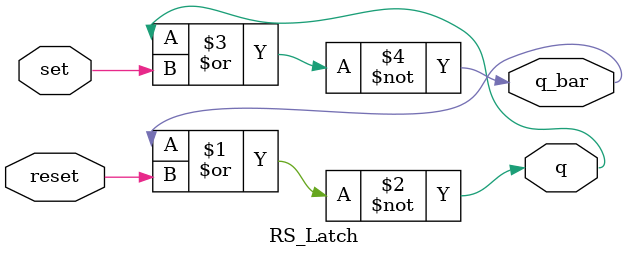
<source format=v>
/*

Write the Verilog description for the nor based RS latch.
Include delays of 1 unit when instantiating the nor gate.
Write the stimulus module for RS Latch using the follwing table
and verify the outputs.

set | reset | q(n+1)
 0  |   0   |  q(n)
 0  |   1   |   0
 1  |   0   |   1
 1  |   1   |   ?
 
*/

module RS_Latch(set,reset,q,q_bar);

input set,reset;

output q,q_bar;

nor #1 (q,q_bar,reset); // #1 defines the value of delay associated
					    // with gates this 1 implies that all the delays
nor #1 (q_bar,q,set);   // i.e. Rise delay, Fall delay and Turn-off Delays are same

endmodule

</source>
